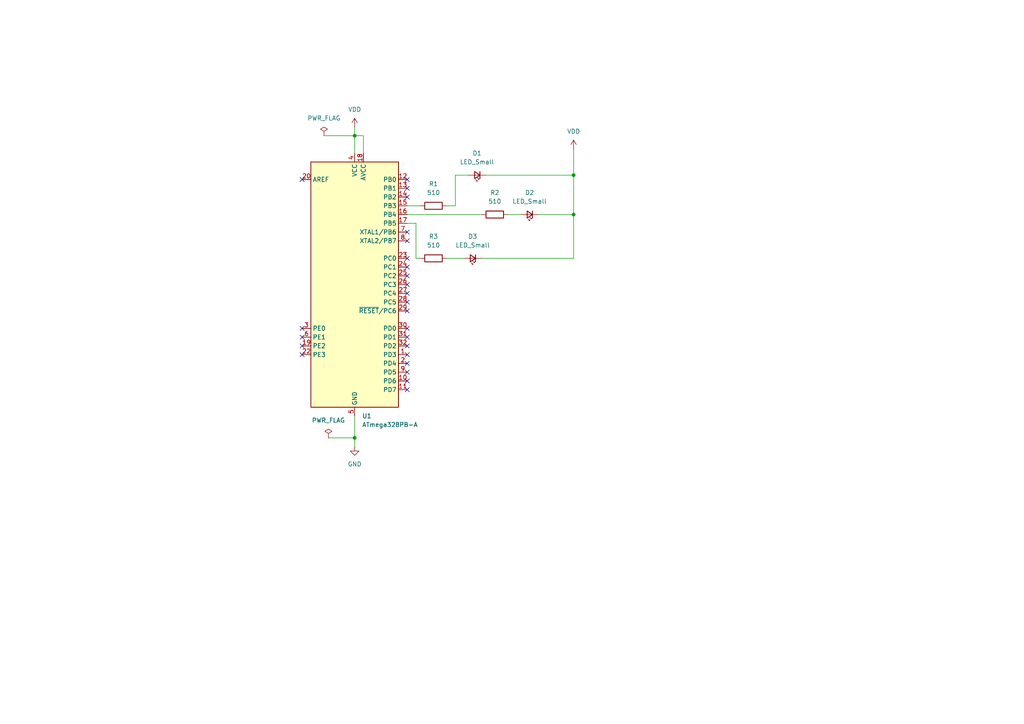
<source format=kicad_sch>
(kicad_sch (version 20250114) (generator "eeschema") (generator_version "9.0")
  (paper "A4")
  (lib_symbols
    (symbol "Device:LED_Small" (pin_numbers (hide yes)) (pin_names (offset 0.254) (hide yes))
      (property "Reference" "D" (at -1.27 3.175 0))
      (property "Value" "LED_Small" (at -4.445 -2.54 0))
      (symbol "LED_Small_0_1"
        (polyline (pts (xy -0.762 -1.016) (xy -0.762 1.016)) (stroke (width 0.254)))
        (polyline (pts (xy 0 0.762) (xy -0.508 1.27) (xy -0.254 1.27) (xy -0.508 1.27) (xy -0.508 1.016)))
        (polyline (pts (xy 0.508 1.27) (xy 0 1.778) (xy 0.254 1.778) (xy 0 1.778) (xy 0 1.524)))
        (polyline (pts (xy 0.762 -1.016) (xy -0.762 0) (xy 0.762 1.016) (xy 0.762 -1.016)) (stroke (width 0.254)))
        (polyline (pts (xy 1.016 0) (xy -0.762 0)))
      )
      (symbol "LED_Small_1_1"
        (pin passive line (at -2.54 0 0) (length 1.778) (name "K") (number "1"))
        (pin passive line (at 2.54 0 180) (length 1.778) (name "A") (number "2"))
      )
    )
    (symbol "Device:R" (pin_numbers (hide yes)) (pin_names (offset 0))
      (property "Reference" "R" (at 2.032 0 90))
      (property "Value" "R" (at 0 0 90))
      (symbol "R_0_1"
        (rectangle (start -1.016 -2.54) (end 1.016 2.54) (stroke (width 0.254)))
      )
      (symbol "R_1_1"
        (pin passive line (at 0 3.81 270) (length 1.27) (name "~") (number "1"))
        (pin passive line (at 0 -3.81 90) (length 1.27) (name "~") (number "2"))
      )
    )
    (symbol "MCU_Microchip_ATmega:ATmega328PB-A"
      (property "Reference" "U" (at -12.7 36.83 0))
      (property "Value" "ATmega328PB-A" (at 2.54 -36.83 0))
      (symbol "ATmega328PB-A_0_1"
        (rectangle (start -12.7 -35.56) (end 12.7 35.56) (stroke (width 0.254)) (fill (type background)))
      )
      (symbol "ATmega328PB-A_1_1"
        (pin passive line (at -15.24 30.48 0) (length 2.54) (name "AREF") (number "20"))
        (pin bidirectional line (at -15.24 -12.7 0) (length 2.54) (name "PE0") (number "3"))
        (pin bidirectional line (at -15.24 -15.24 0) (length 2.54) (name "PE1") (number "6"))
        (pin bidirectional line (at -15.24 -17.78 0) (length 2.54) (name "PE2") (number "19"))
        (pin bidirectional line (at -15.24 -20.32 0) (length 2.54) (name "PE3") (number "22"))
        (pin power_in line (at 0 38.1 270) (length 2.54) (name "VCC") (number "4"))
        (pin passive line (at 0 -38.1 90) (length 2.54) (hide yes) (name "GND") (number "21"))
        (pin power_in line (at 0 -38.1 90) (length 2.54) (name "GND") (number "5"))
        (pin power_in line (at 2.54 38.1 270) (length 2.54) (name "AVCC") (number "18"))
        (pin bidirectional line (at 15.24 30.48 180) (length 2.54) (name "PB0") (number "12"))
        (pin bidirectional line (at 15.24 27.94 180) (length 2.54) (name "PB1") (number "13"))
        (pin bidirectional line (at 15.24 25.4 180) (length 2.54) (name "PB2") (number "14"))
        (pin bidirectional line (at 15.24 22.86 180) (length 2.54) (name "PB3") (number "15"))
        (pin bidirectional line (at 15.24 20.32 180) (length 2.54) (name "PB4") (number "16"))
        (pin bidirectional line (at 15.24 17.78 180) (length 2.54) (name "PB5") (number "17"))
        (pin bidirectional line (at 15.24 15.24 180) (length 2.54) (name "XTAL1/PB6") (number "7"))
        (pin bidirectional line (at 15.24 12.7 180) (length 2.54) (name "XTAL2/PB7") (number "8"))
        (pin bidirectional line (at 15.24 7.62 180) (length 2.54) (name "PC0") (number "23"))
        (pin bidirectional line (at 15.24 5.08 180) (length 2.54) (name "PC1") (number "24"))
        (pin bidirectional line (at 15.24 2.54 180) (length 2.54) (name "PC2") (number "25"))
        (pin bidirectional line (at 15.24 0 180) (length 2.54) (name "PC3") (number "26"))
        (pin bidirectional line (at 15.24 -2.54 180) (length 2.54) (name "PC4") (number "27"))
        (pin bidirectional line (at 15.24 -5.08 180) (length 2.54) (name "PC5") (number "28"))
        (pin bidirectional line (at 15.24 -7.62 180) (length 2.54) (name "~{RESET}/PC6") (number "29"))
        (pin bidirectional line (at 15.24 -12.7 180) (length 2.54) (name "PD0") (number "30"))
        (pin bidirectional line (at 15.24 -15.24 180) (length 2.54) (name "PD1") (number "31"))
        (pin bidirectional line (at 15.24 -17.78 180) (length 2.54) (name "PD2") (number "32"))
        (pin bidirectional line (at 15.24 -20.32 180) (length 2.54) (name "PD3") (number "1"))
        (pin bidirectional line (at 15.24 -22.86 180) (length 2.54) (name "PD4") (number "2"))
        (pin bidirectional line (at 15.24 -25.4 180) (length 2.54) (name "PD5") (number "9"))
        (pin bidirectional line (at 15.24 -27.94 180) (length 2.54) (name "PD6") (number "10"))
        (pin bidirectional line (at 15.24 -30.48 180) (length 2.54) (name "PD7") (number "11"))
      )
    )
    (symbol "power:GND" (power) (pin_numbers (hide yes)) (pin_names (offset 0) (hide yes))
      (property "Value" "GND" (at 0 -3.81 0))
      (symbol "GND_0_1"
        (polyline (pts (xy 0 0) (xy 0 -1.27) (xy 1.27 -1.27) (xy 0 -2.54) (xy -1.27 -1.27) (xy 0 -1.27)))
      )
      (symbol "GND_1_1"
        (pin power_in line (at 0 0 270) (length 0) (name "~") (number "1"))
      )
    )
    (symbol "power:PWR_FLAG" (power) (pin_numbers (hide yes)) (pin_names (offset 0) (hide yes))
      (property "Value" "PWR_FLAG" (at 0 3.81 0))
      (symbol "PWR_FLAG_0_0"
        (pin power_out line (at 0 0 90) (length 0) (name "~") (number "1"))
      )
      (symbol "PWR_FLAG_0_1"
        (polyline (pts (xy 0 0) (xy 0 1.27) (xy -1.016 1.905) (xy 0 2.54) (xy 1.016 1.905) (xy 0 1.27)))
      )
    )
    (symbol "power:VDD" (power) (pin_numbers (hide yes)) (pin_names (offset 0) (hide yes))
      (property "Value" "VDD" (at 0 3.556 0))
      (symbol "VDD_0_1"
        (polyline (pts (xy -0.762 1.27) (xy 0 2.54)))
        (polyline (pts (xy 0 2.54) (xy 0.762 1.27)))
        (polyline (pts (xy 0 0) (xy 0 2.54)))
      )
      (symbol "VDD_1_1"
        (pin power_in line (at 0 0 90) (length 0) (name "~") (number "1"))
      )
    )
  )
  (junction (at 166.37 62.23))
  (junction (at 166.37 50.8))
  (junction (at 102.87 39.37))
  (junction (at 102.87 127))
  (no_connect (at 118.11 87.63))
  (no_connect (at 118.11 90.17))
  (no_connect (at 118.11 105.41))
  (no_connect (at 118.11 67.31))
  (no_connect (at 118.11 85.09))
  (no_connect (at 118.11 102.87))
  (no_connect (at 118.11 113.03))
  (no_connect (at 87.63 102.87))
  (no_connect (at 87.63 97.79))
  (no_connect (at 118.11 54.61))
  (no_connect (at 87.63 52.07))
  (no_connect (at 118.11 80.01))
  (no_connect (at 118.11 74.93))
  (no_connect (at 118.11 77.47))
  (no_connect (at 118.11 100.33))
  (no_connect (at 118.11 57.15))
  (no_connect (at 118.11 107.95))
  (no_connect (at 118.11 69.85))
  (no_connect (at 87.63 100.33))
  (no_connect (at 118.11 110.49))
  (no_connect (at 118.11 95.25))
  (no_connect (at 118.11 52.07))
  (no_connect (at 118.11 97.79))
  (no_connect (at 87.63 95.25))
  (no_connect (at 118.11 82.55))
  (wire (pts (xy 118.11 59.69) (xy 121.92 59.69)))
  (wire (pts (xy 102.87 36.83) (xy 102.87 39.37)))
  (wire (pts (xy 139.7 74.93) (xy 166.37 74.93)))
  (wire (pts (xy 102.87 39.37) (xy 105.41 39.37)))
  (wire (pts (xy 166.37 43.18) (xy 166.37 50.8)))
  (wire (pts (xy 129.54 74.93) (xy 134.62 74.93)))
  (wire (pts (xy 166.37 62.23) (xy 166.37 74.93)))
  (wire (pts (xy 102.87 120.65) (xy 102.87 127)))
  (wire (pts (xy 132.08 50.8) (xy 135.89 50.8)))
  (wire (pts (xy 129.54 59.69) (xy 132.08 59.69)))
  (wire (pts (xy 102.87 44.45) (xy 102.87 39.37)))
  (wire (pts (xy 140.97 50.8) (xy 166.37 50.8)))
  (wire (pts (xy 102.87 127) (xy 102.87 129.54)))
  (wire (pts (xy 120.65 64.77) (xy 120.65 74.93)))
  (wire (pts (xy 156.21 62.23) (xy 166.37 62.23)))
  (wire (pts (xy 93.98 39.37) (xy 102.87 39.37)))
  (wire (pts (xy 120.65 74.93) (xy 121.92 74.93)))
  (wire (pts (xy 118.11 62.23) (xy 139.7 62.23)))
  (wire (pts (xy 147.32 62.23) (xy 151.13 62.23)))
  (wire (pts (xy 102.87 127) (xy 95.25 127)))
  (wire (pts (xy 118.11 64.77) (xy 120.65 64.77)))
  (wire (pts (xy 105.41 39.37) (xy 105.41 44.45)))
  (wire (pts (xy 132.08 59.69) (xy 132.08 50.8)))
  (wire (pts (xy 166.37 50.8) (xy 166.37 62.23)))
  (symbol (lib_id "power:GND") (at 102.87 129.54 0) (unit 1)
    (property "Reference" "#PWR02" (effects (hide yes)))
    (property "Value" "GND" (at 102.87 134.62 0))
    (property "Description" "Power symbol creates a global label with name \"GND\" , ground" (effects (hide yes)))
  )
  (symbol (lib_id "power:VDD") (at 166.37 43.18 0) (unit 1)
    (property "Reference" "#PWR03" (effects (hide yes)))
    (property "Value" "VDD" (at 166.37 38.1 0))
    (property "Description" "Power symbol creates a global label with name \"VDD\"" (effects (hide yes)))
  )
  (symbol (lib_id "Device:R") (at 125.73 74.93 90) (unit 1)
    (property "Reference" "R3" (at 125.73 68.58 90))
    (property "Value" "510" (at 125.73 71.12 90))
    (property "Description" "Resistor" (effects (hide yes)))
  )
  (symbol (lib_id "power:PWR_FLAG") (at 93.98 39.37 0) (unit 1)
    (property "Reference" "#FLG01" (effects (hide yes)))
    (property "Value" "PWR_FLAG" (at 93.98 34.29 0))
    (property "Description" "Special symbol for telling ERC where power comes from" (effects (hide yes)))
  )
  (symbol (lib_id "power:PWR_FLAG") (at 95.25 127 0) (unit 1)
    (property "Reference" "#FLG02" (effects (hide yes)))
    (property "Value" "PWR_FLAG" (at 95.25 121.92 0))
    (property "Description" "Special symbol for telling ERC where power comes from" (effects (hide yes)))
  )
  (symbol (lib_id "Device:LED_Small") (at 137.16 74.93 180) (unit 1)
    (property "Reference" "D3" (at 137.0965 68.58 0))
    (property "Value" "LED_Small" (at 137.0965 71.12 0))
    (property "Description" "Light emitting diode, small symbol" (effects (hide yes)))
    (property "Sim.Pin" "1=K 2=A" (effects (hide yes)))
  )
  (symbol (lib_id "Device:R") (at 125.73 59.69 90) (unit 1)
    (property "Reference" "R1" (at 125.73 53.34 90))
    (property "Value" "510" (at 125.73 55.88 90))
    (property "Description" "Resistor" (effects (hide yes)))
  )
  (symbol (lib_id "Device:LED_Small") (at 153.67 62.23 180) (unit 1)
    (property "Reference" "D2" (at 153.6065 55.88 0))
    (property "Value" "LED_Small" (at 153.6065 58.42 0))
    (property "Description" "Light emitting diode, small symbol" (effects (hide yes)))
    (property "Sim.Pin" "1=K 2=A" (effects (hide yes)))
  )
  (symbol (lib_id "power:VDD") (at 102.87 36.83 0) (unit 1)
    (property "Reference" "#PWR01" (effects (hide yes)))
    (property "Value" "VDD" (at 102.87 31.75 0))
    (property "Description" "Power symbol creates a global label with name \"VDD\"" (effects (hide yes)))
  )
  (symbol (lib_id "Device:R") (at 143.51 62.23 90) (unit 1)
    (property "Reference" "R2" (at 143.51 55.88 90))
    (property "Value" "510" (at 143.51 58.42 90))
    (property "Description" "Resistor" (effects (hide yes)))
  )
  (symbol (lib_id "Device:LED_Small") (at 138.43 50.8 180) (unit 1)
    (property "Reference" "D1" (at 138.3665 44.45 0))
    (property "Value" "LED_Small" (at 138.3665 46.99 0))
    (property "Description" "Light emitting diode, small symbol" (effects (hide yes)))
    (property "Sim.Pin" "1=K 2=A" (effects (hide yes)))
  )
  (symbol (lib_id "MCU_Microchip_ATmega:ATmega328PB-A") (at 102.87 82.55 0) (unit 1)
    (property "Reference" "U1" (at 105.0133 120.65 0) (effects (justify left)))
    (property "Value" "ATmega328PB-A" (at 105.0133 123.19 0) (effects (justify left)))
    (property "Footprint" "Package_QFP:TQFP-32_7x7mm_P0.8mm" (effects (hide yes)))
    (property "Datasheet" "http://ww1.microchip.com/downloads/en/DeviceDoc/40001906C.pdf" (effects (hide yes)))
    (property "Description" "20MHz, 32kB Flash, 2kB SRAM, 1kB EEPROM, TQFP-32" (effects (hide yes)))
  )
)
</source>
